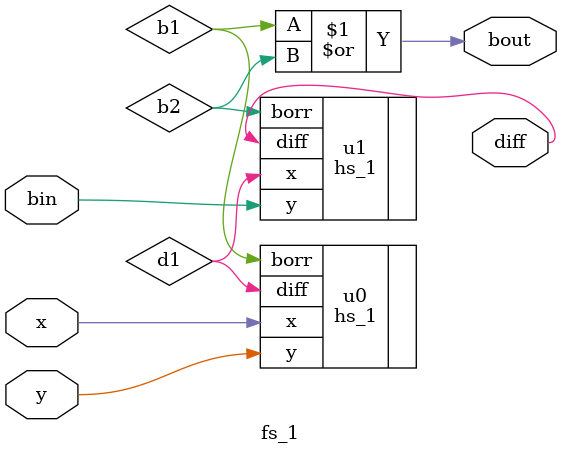
<source format=v>
`timescale 1ns / 1ps


module fs_1(
    input     x,
    input     y,
    input     bin,
    output    diff,
    output    bout

    );

    wire d1,b1,b2;

    hs_1 u0(
        .x(x),
        .y(y),
        .diff(d1),
        .borr(b1)
    );
    hs_1 u1(
        .x(d1),
        .y(bin),
        .diff(diff),
        .borr(b2)
    );
    assign bout = b1 | b2;


endmodule

</source>
